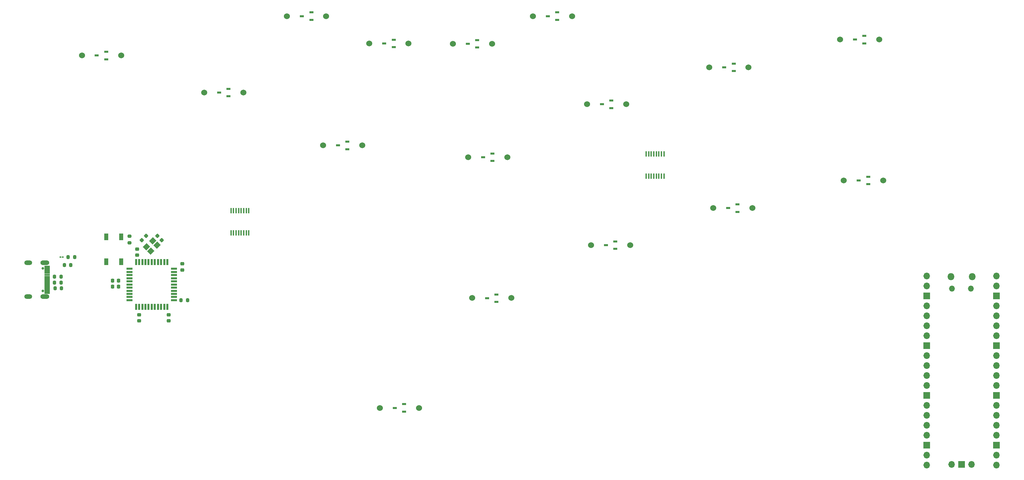
<source format=gbr>
%TF.GenerationSoftware,KiCad,Pcbnew,8.0.8*%
%TF.CreationDate,2025-02-16T17:42:49-08:00*%
%TF.ProjectId,MainBoard_RP2040,4d61696e-426f-4617-9264-5f5250323034,rev?*%
%TF.SameCoordinates,Original*%
%TF.FileFunction,Soldermask,Bot*%
%TF.FilePolarity,Negative*%
%FSLAX46Y46*%
G04 Gerber Fmt 4.6, Leading zero omitted, Abs format (unit mm)*
G04 Created by KiCad (PCBNEW 8.0.8) date 2025-02-16 17:42:49*
%MOMM*%
%LPD*%
G01*
G04 APERTURE LIST*
G04 Aperture macros list*
%AMRoundRect*
0 Rectangle with rounded corners*
0 $1 Rounding radius*
0 $2 $3 $4 $5 $6 $7 $8 $9 X,Y pos of 4 corners*
0 Add a 4 corners polygon primitive as box body*
4,1,4,$2,$3,$4,$5,$6,$7,$8,$9,$2,$3,0*
0 Add four circle primitives for the rounded corners*
1,1,$1+$1,$2,$3*
1,1,$1+$1,$4,$5*
1,1,$1+$1,$6,$7*
1,1,$1+$1,$8,$9*
0 Add four rect primitives between the rounded corners*
20,1,$1+$1,$2,$3,$4,$5,0*
20,1,$1+$1,$4,$5,$6,$7,0*
20,1,$1+$1,$6,$7,$8,$9,0*
20,1,$1+$1,$8,$9,$2,$3,0*%
%AMRotRect*
0 Rectangle, with rotation*
0 The origin of the aperture is its center*
0 $1 length*
0 $2 width*
0 $3 Rotation angle, in degrees counterclockwise*
0 Add horizontal line*
21,1,$1,$2,0,0,$3*%
G04 Aperture macros list end*
%ADD10C,0.010000*%
%ADD11C,1.530000*%
%ADD12O,1.800000X1.800000*%
%ADD13O,1.500000X1.500000*%
%ADD14O,1.700000X1.700000*%
%ADD15R,1.700000X1.700000*%
%ADD16R,1.500000X0.550000*%
%ADD17R,0.550000X1.500000*%
%ADD18R,1.000000X0.599999*%
%ADD19RoundRect,0.225000X0.250000X-0.225000X0.250000X0.225000X-0.250000X0.225000X-0.250000X-0.225000X0*%
%ADD20RoundRect,0.225000X-0.017678X0.335876X-0.335876X0.017678X0.017678X-0.335876X0.335876X-0.017678X0*%
%ADD21RoundRect,0.100000X0.130000X0.100000X-0.130000X0.100000X-0.130000X-0.100000X0.130000X-0.100000X0*%
%ADD22RoundRect,0.200000X0.200000X0.275000X-0.200000X0.275000X-0.200000X-0.275000X0.200000X-0.275000X0*%
%ADD23R,1.000000X1.700000*%
%ADD24C,0.650000*%
%ADD25O,2.304000X1.204000*%
%ADD26O,2.004000X1.204000*%
%ADD27RoundRect,0.225000X-0.250000X0.225000X-0.250000X-0.225000X0.250000X-0.225000X0.250000X0.225000X0*%
%ADD28RoundRect,0.225000X-0.335876X-0.017678X-0.017678X-0.335876X0.335876X0.017678X0.017678X0.335876X0*%
%ADD29RoundRect,0.225000X-0.225000X-0.250000X0.225000X-0.250000X0.225000X0.250000X-0.225000X0.250000X0*%
%ADD30RoundRect,0.200000X-0.200000X-0.275000X0.200000X-0.275000X0.200000X0.275000X-0.200000X0.275000X0*%
%ADD31R,0.355600X1.422400*%
%ADD32RotRect,1.400000X1.200000X45.000000*%
%ADD33RoundRect,0.200000X0.275000X-0.200000X0.275000X0.200000X-0.275000X0.200000X-0.275000X-0.200000X0*%
%ADD34RoundRect,0.225000X0.225000X0.250000X-0.225000X0.250000X-0.225000X-0.250000X0.225000X-0.250000X0*%
G04 APERTURE END LIST*
D10*
%TO.C,J1*%
X28420000Y-94390000D02*
X27170000Y-94390000D01*
X27170000Y-93690000D01*
X28420000Y-93690000D01*
X28420000Y-94390000D01*
G36*
X28420000Y-94390000D02*
G01*
X27170000Y-94390000D01*
X27170000Y-93690000D01*
X28420000Y-93690000D01*
X28420000Y-94390000D01*
G37*
X28420000Y-95190000D02*
X27170000Y-95190000D01*
X27170000Y-94490000D01*
X28420000Y-94490000D01*
X28420000Y-95190000D01*
G36*
X28420000Y-95190000D02*
G01*
X27170000Y-95190000D01*
X27170000Y-94490000D01*
X28420000Y-94490000D01*
X28420000Y-95190000D01*
G37*
X28420000Y-95690000D02*
X27170000Y-95690000D01*
X27170000Y-95290000D01*
X28420000Y-95290000D01*
X28420000Y-95690000D01*
G36*
X28420000Y-95690000D02*
G01*
X27170000Y-95690000D01*
X27170000Y-95290000D01*
X28420000Y-95290000D01*
X28420000Y-95690000D01*
G37*
X28420000Y-96190000D02*
X27170000Y-96190000D01*
X27170000Y-95790000D01*
X28420000Y-95790000D01*
X28420000Y-96190000D01*
G36*
X28420000Y-96190000D02*
G01*
X27170000Y-96190000D01*
X27170000Y-95790000D01*
X28420000Y-95790000D01*
X28420000Y-96190000D01*
G37*
X28420000Y-96690000D02*
X27170000Y-96690000D01*
X27170000Y-96290000D01*
X28420000Y-96290000D01*
X28420000Y-96690000D01*
G36*
X28420000Y-96690000D02*
G01*
X27170000Y-96690000D01*
X27170000Y-96290000D01*
X28420000Y-96290000D01*
X28420000Y-96690000D01*
G37*
X28420000Y-97190000D02*
X27170000Y-97190000D01*
X27170000Y-96790000D01*
X28420000Y-96790000D01*
X28420000Y-97190000D01*
G36*
X28420000Y-97190000D02*
G01*
X27170000Y-97190000D01*
X27170000Y-96790000D01*
X28420000Y-96790000D01*
X28420000Y-97190000D01*
G37*
X28420000Y-97690000D02*
X27170000Y-97690000D01*
X27170000Y-97290000D01*
X28420000Y-97290000D01*
X28420000Y-97690000D01*
G36*
X28420000Y-97690000D02*
G01*
X27170000Y-97690000D01*
X27170000Y-97290000D01*
X28420000Y-97290000D01*
X28420000Y-97690000D01*
G37*
X28420000Y-98190000D02*
X27170000Y-98190000D01*
X27170000Y-97790000D01*
X28420000Y-97790000D01*
X28420000Y-98190000D01*
G36*
X28420000Y-98190000D02*
G01*
X27170000Y-98190000D01*
X27170000Y-97790000D01*
X28420000Y-97790000D01*
X28420000Y-98190000D01*
G37*
X28420000Y-98690000D02*
X27170000Y-98690000D01*
X27170000Y-98290000D01*
X28420000Y-98290000D01*
X28420000Y-98690000D01*
G36*
X28420000Y-98690000D02*
G01*
X27170000Y-98690000D01*
X27170000Y-98290000D01*
X28420000Y-98290000D01*
X28420000Y-98690000D01*
G37*
X28420000Y-99190000D02*
X27170000Y-99190000D01*
X27170000Y-98790000D01*
X28420000Y-98790000D01*
X28420000Y-99190000D01*
G36*
X28420000Y-99190000D02*
G01*
X27170000Y-99190000D01*
X27170000Y-98790000D01*
X28420000Y-98790000D01*
X28420000Y-99190000D01*
G37*
X28420000Y-99990000D02*
X27170000Y-99990000D01*
X27170000Y-99290000D01*
X28420000Y-99290000D01*
X28420000Y-99990000D01*
G36*
X28420000Y-99990000D02*
G01*
X27170000Y-99990000D01*
X27170000Y-99290000D01*
X28420000Y-99290000D01*
X28420000Y-99990000D01*
G37*
X28420000Y-100790000D02*
X27170000Y-100790000D01*
X27170000Y-100090000D01*
X28420000Y-100090000D01*
X28420000Y-100790000D01*
G36*
X28420000Y-100790000D02*
G01*
X27170000Y-100790000D01*
X27170000Y-100090000D01*
X28420000Y-100090000D01*
X28420000Y-100790000D01*
G37*
%TD*%
D11*
%TO.C,U31*%
X196700000Y-43050002D03*
X206700000Y-43050002D03*
%TD*%
%TO.C,U29*%
X165500000Y-52500003D03*
X175500000Y-52500003D03*
%TD*%
%TO.C,U23*%
X151700000Y-30000000D03*
X161700000Y-30000000D03*
%TD*%
%TO.C,U35*%
X166500000Y-88450001D03*
X176500000Y-88450001D03*
%TD*%
%TO.C,U30*%
X197700000Y-79000000D03*
X207700000Y-79000000D03*
%TD*%
%TO.C,U27*%
X131300000Y-37050002D03*
X141300000Y-37050002D03*
%TD*%
%TO.C,U22*%
X110000000Y-37000000D03*
X120000000Y-37000000D03*
%TD*%
D12*
%TO.C,U37*%
X258275000Y-96500000D03*
D13*
X258575000Y-99530000D03*
X263425000Y-99530000D03*
D12*
X263725000Y-96500000D03*
D14*
X252110000Y-96370000D03*
X252110000Y-98910000D03*
D15*
X252110000Y-101450000D03*
D14*
X252110000Y-103990000D03*
X252110000Y-106530000D03*
X252110000Y-109070000D03*
X252110000Y-111610000D03*
D15*
X252110000Y-114150000D03*
D14*
X252110000Y-116690000D03*
X252110000Y-119230000D03*
X252110000Y-121770000D03*
X252110000Y-124310000D03*
D15*
X252110000Y-126850000D03*
D14*
X252110000Y-129390000D03*
X252110000Y-131930000D03*
X252110000Y-134470000D03*
X252110000Y-137010000D03*
D15*
X252110000Y-139550000D03*
D14*
X252110000Y-142090000D03*
X252110000Y-144630000D03*
X269890000Y-144630000D03*
X269890000Y-142090000D03*
D15*
X269890000Y-139550000D03*
D14*
X269890000Y-137010000D03*
X269890000Y-134470000D03*
X269890000Y-131930000D03*
X269890000Y-129390000D03*
D15*
X269890000Y-126850000D03*
D14*
X269890000Y-124310000D03*
X269890000Y-121770000D03*
X269890000Y-119230000D03*
X269890000Y-116690000D03*
D15*
X269890000Y-114150000D03*
D14*
X269890000Y-111610000D03*
X269890000Y-109070000D03*
X269890000Y-106530000D03*
X269890000Y-103990000D03*
D15*
X269890000Y-101450000D03*
D14*
X269890000Y-98910000D03*
X269890000Y-96370000D03*
X258460000Y-144400000D03*
D15*
X261000000Y-144400000D03*
D14*
X263540000Y-144400000D03*
%TD*%
D11*
%TO.C,U21*%
X89000000Y-30000000D03*
X99000000Y-30000000D03*
%TD*%
%TO.C,U26*%
X231000000Y-71950001D03*
X241000000Y-71950001D03*
%TD*%
%TO.C,U2*%
X36700000Y-40050002D03*
X46700000Y-40050002D03*
%TD*%
%TO.C,U24*%
X67900000Y-49500003D03*
X77900000Y-49500003D03*
%TD*%
%TO.C,U33*%
X112700000Y-130000000D03*
X122700000Y-130000000D03*
%TD*%
%TO.C,U32*%
X135200000Y-66000000D03*
X145200000Y-66000000D03*
%TD*%
%TO.C,U25*%
X230000000Y-36000003D03*
X240000000Y-36000003D03*
%TD*%
%TO.C,U28*%
X98200000Y-63000000D03*
X108200000Y-63000000D03*
%TD*%
%TO.C,U34*%
X136200000Y-101949998D03*
X146200000Y-101949998D03*
%TD*%
D16*
%TO.C,U20*%
X48800000Y-102500000D03*
X48800000Y-101700000D03*
X48800000Y-100900000D03*
X48800000Y-100100000D03*
X48800000Y-99300000D03*
X48800000Y-98500000D03*
X48800000Y-97700000D03*
X48800000Y-96900000D03*
X48800000Y-96100000D03*
X48800000Y-95300000D03*
X48800000Y-94500000D03*
D17*
X50500000Y-92800000D03*
X51300000Y-92800000D03*
X52100000Y-92800000D03*
X52900000Y-92800000D03*
X53700000Y-92800000D03*
X54500000Y-92800000D03*
X55300000Y-92800000D03*
X56100000Y-92800000D03*
X56900000Y-92800000D03*
X57700000Y-92800000D03*
X58500000Y-92800000D03*
D16*
X60200000Y-94500000D03*
X60200000Y-95300000D03*
X60200000Y-96100000D03*
X60200000Y-96900000D03*
X60200000Y-97700000D03*
X60200000Y-98500000D03*
X60200000Y-99300000D03*
X60200000Y-100100000D03*
X60200000Y-100900000D03*
X60200000Y-101700000D03*
X60200000Y-102500000D03*
D17*
X58500000Y-104200000D03*
X57700000Y-104200000D03*
X56900000Y-104200000D03*
X56100000Y-104200000D03*
X55300000Y-104200000D03*
X54500000Y-104200000D03*
X53700000Y-104200000D03*
X52900000Y-104200000D03*
X52100000Y-104200000D03*
X51300000Y-104200000D03*
X50500000Y-104200000D03*
%TD*%
D18*
%TO.C,U4*%
X171700000Y-51550002D03*
X171700000Y-53450001D03*
X169300000Y-52500003D03*
%TD*%
%TO.C,U12*%
X142400000Y-101049999D03*
X142400000Y-102949998D03*
X140000000Y-102000000D03*
%TD*%
D19*
%TO.C,C7*%
X50800000Y-91000000D03*
X50800000Y-89450000D03*
%TD*%
D20*
%TO.C,C10*%
X53060140Y-86108489D03*
X51964124Y-87204505D03*
%TD*%
D18*
%TO.C,U6*%
X236200000Y-35050002D03*
X236200000Y-36950001D03*
X233800000Y-36000003D03*
%TD*%
D21*
%TO.C,*%
X31860000Y-91540000D03*
%TD*%
D22*
%TO.C,R3*%
X31365000Y-98040000D03*
X29715000Y-98040000D03*
%TD*%
%TO.C,R9*%
X31500000Y-99500000D03*
X29850000Y-99500000D03*
%TD*%
D23*
%TO.C,SW_RESET1*%
X42900000Y-86350000D03*
X42900000Y-92650000D03*
X46700000Y-86350000D03*
X46700000Y-92650000D03*
%TD*%
D24*
%TO.C,J1*%
X26720000Y-100130000D03*
X26720000Y-94350000D03*
D25*
X27220000Y-101560000D03*
X27220000Y-92920000D03*
D26*
X23040000Y-101560000D03*
X23040000Y-92920000D03*
%TD*%
D27*
%TO.C,C3*%
X51300000Y-106225000D03*
X51300000Y-107775000D03*
%TD*%
D28*
%TO.C,C8*%
X55964124Y-86108489D03*
X57060140Y-87204505D03*
%TD*%
D29*
%TO.C,C11*%
X44525000Y-99000000D03*
X46075000Y-99000000D03*
%TD*%
D27*
%TO.C,C4*%
X58800000Y-106225000D03*
X58800000Y-107775000D03*
%TD*%
D18*
%TO.C,U8*%
X74100000Y-48550002D03*
X74100000Y-50450001D03*
X71700000Y-49500003D03*
%TD*%
%TO.C,U14*%
X237200000Y-71000000D03*
X237200000Y-72899999D03*
X234800000Y-71950001D03*
%TD*%
%TO.C,U7*%
X118900000Y-129049999D03*
X118900000Y-130949998D03*
X116500000Y-130000000D03*
%TD*%
D30*
%TO.C,R7*%
X61975000Y-102500000D03*
X63625000Y-102500000D03*
%TD*%
D18*
%TO.C,U13*%
X172700000Y-87500000D03*
X172700000Y-89399999D03*
X170300000Y-88450001D03*
%TD*%
%TO.C,U10*%
X104400000Y-62049999D03*
X104400000Y-63949998D03*
X102000000Y-63000000D03*
%TD*%
D31*
%TO.C,U1*%
X180569801Y-65130199D03*
X181219799Y-65130199D03*
X181869801Y-65130199D03*
X182519799Y-65130199D03*
X183169798Y-65130199D03*
X183819799Y-65130199D03*
X184469798Y-65130199D03*
X185119799Y-65130199D03*
X185119799Y-70819799D03*
X184469801Y-70819799D03*
X183819799Y-70819799D03*
X183169801Y-70819799D03*
X182519802Y-70819799D03*
X181869801Y-70819799D03*
X181219802Y-70819799D03*
X180569801Y-70819799D03*
%TD*%
D32*
%TO.C,Y2*%
X53168629Y-88868629D03*
X54724264Y-87312994D03*
X55855635Y-88444365D03*
X54300000Y-90000000D03*
%TD*%
D18*
%TO.C,U16*%
X95200000Y-29049999D03*
X95200000Y-30949998D03*
X92800000Y-30000000D03*
%TD*%
%TO.C,U18*%
X137500000Y-36100001D03*
X137500000Y-38000000D03*
X135100000Y-37050002D03*
%TD*%
D21*
%TO.C,D2*%
X31860000Y-91540000D03*
X31220000Y-91540000D03*
%TD*%
D18*
%TO.C,U19*%
X203900000Y-78049999D03*
X203900000Y-79949998D03*
X201500000Y-79000000D03*
%TD*%
%TO.C,U11*%
X141400000Y-65049999D03*
X141400000Y-66949998D03*
X139000000Y-66000000D03*
%TD*%
D22*
%TO.C,R5*%
X34865000Y-91540000D03*
X33215000Y-91540000D03*
%TD*%
D18*
%TO.C,U15*%
X157900000Y-29049999D03*
X157900000Y-30949998D03*
X155500000Y-30000000D03*
%TD*%
D31*
%TO.C,U3*%
X74725001Y-79655200D03*
X75374999Y-79655200D03*
X76025001Y-79655200D03*
X76674999Y-79655200D03*
X77324998Y-79655200D03*
X77974999Y-79655200D03*
X78624998Y-79655200D03*
X79274999Y-79655200D03*
X79274999Y-85344800D03*
X78625001Y-85344800D03*
X77974999Y-85344800D03*
X77325001Y-85344800D03*
X76675002Y-85344800D03*
X76025001Y-85344800D03*
X75375002Y-85344800D03*
X74725001Y-85344800D03*
%TD*%
D30*
%TO.C,R2*%
X29715000Y-96540000D03*
X31365000Y-96540000D03*
%TD*%
D19*
%TO.C,C6*%
X62300000Y-94775000D03*
X62300000Y-93225000D03*
%TD*%
D30*
%TO.C,R10*%
X32215000Y-93540000D03*
X33865000Y-93540000D03*
%TD*%
D18*
%TO.C,U9*%
X42900000Y-39100001D03*
X42900000Y-41000000D03*
X40500000Y-40050002D03*
%TD*%
D33*
%TO.C,R6*%
X48800000Y-87825000D03*
X48800000Y-86175000D03*
%TD*%
D18*
%TO.C,U17*%
X116200000Y-36049999D03*
X116200000Y-37949998D03*
X113800000Y-37000000D03*
%TD*%
D34*
%TO.C,C5*%
X46075000Y-97500000D03*
X44525000Y-97500000D03*
%TD*%
D18*
%TO.C,U5*%
X202900000Y-42100001D03*
X202900000Y-44000000D03*
X200500000Y-43050002D03*
%TD*%
D32*
%TO.C,*%
X53168629Y-88868629D03*
%TD*%
M02*

</source>
